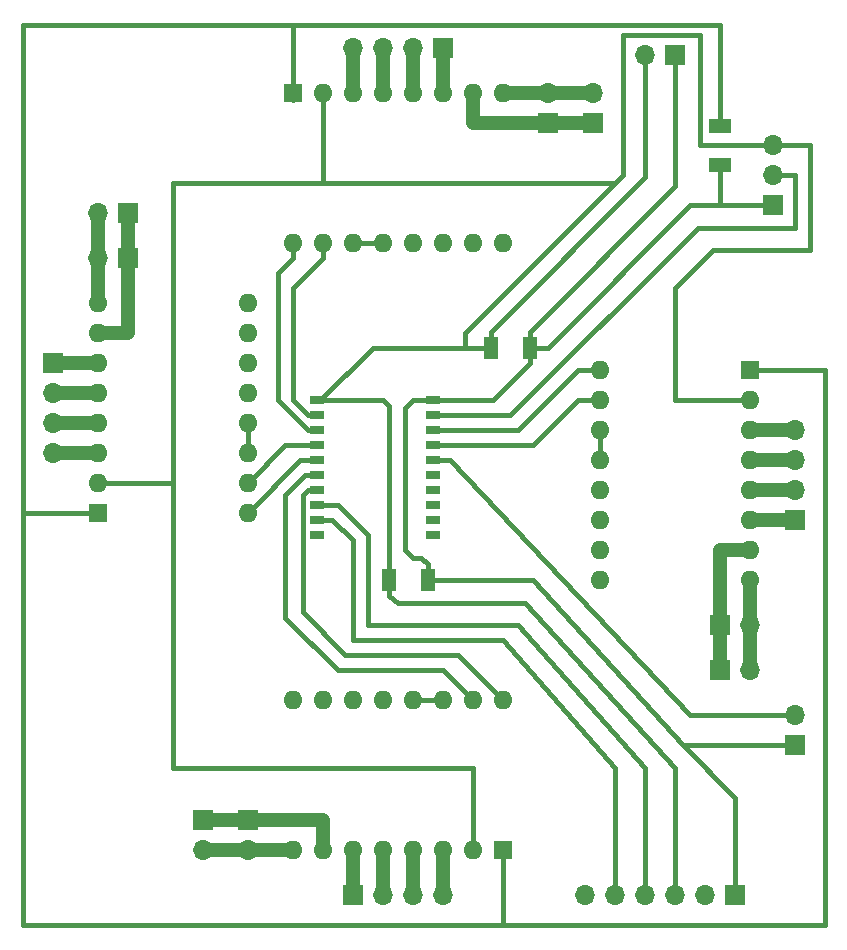
<source format=gbr>
G04 #@! TF.GenerationSoftware,KiCad,Pcbnew,(5.1.5-0-10_14)*
G04 #@! TF.CreationDate,2020-06-15T03:11:26+09:00*
G04 #@! TF.ProjectId,FINAL_4Motor&Dial,46494e41-4c5f-4344-9d6f-746f72264469,rev?*
G04 #@! TF.SameCoordinates,Original*
G04 #@! TF.FileFunction,Copper,L1,Top*
G04 #@! TF.FilePolarity,Positive*
%FSLAX46Y46*%
G04 Gerber Fmt 4.6, Leading zero omitted, Abs format (unit mm)*
G04 Created by KiCad (PCBNEW (5.1.5-0-10_14)) date 2020-06-15 03:11:26*
%MOMM*%
%LPD*%
G04 APERTURE LIST*
%ADD10R,1.198880X0.698500*%
%ADD11O,1.600000X1.600000*%
%ADD12R,1.600000X1.600000*%
%ADD13O,1.700000X1.700000*%
%ADD14R,1.700000X1.700000*%
%ADD15R,1.905000X1.270000*%
%ADD16R,1.270000X1.905000*%
%ADD17C,1.200000*%
%ADD18C,0.400000*%
G04 APERTURE END LIST*
D10*
X136682480Y-60325000D03*
X136682480Y-61595000D03*
X136682480Y-62865000D03*
X136682480Y-64135000D03*
X136682480Y-65405000D03*
X136682480Y-66675000D03*
X136682480Y-67945000D03*
X136682480Y-69215000D03*
X136682480Y-70485000D03*
X136682480Y-71755000D03*
X146527520Y-71755000D03*
X146527520Y-70485000D03*
X146527520Y-69215000D03*
X146527520Y-67945000D03*
X146527520Y-66675000D03*
X146527520Y-65405000D03*
X146527520Y-64135000D03*
X146527520Y-62865000D03*
X146527520Y-61595000D03*
X146527520Y-60325000D03*
D11*
X152400000Y-85725000D03*
X134620000Y-98425000D03*
X149860000Y-85725000D03*
X137160000Y-98425000D03*
X147320000Y-85725000D03*
X139700000Y-98425000D03*
X144780000Y-85725000D03*
X142240000Y-98425000D03*
X142240000Y-85725000D03*
X144780000Y-98425000D03*
X139700000Y-85725000D03*
X147320000Y-98425000D03*
X137160000Y-85725000D03*
X149860000Y-98425000D03*
X134620000Y-85725000D03*
D12*
X152400000Y-98425000D03*
D11*
X160655000Y-57785000D03*
X173355000Y-75565000D03*
X160655000Y-60325000D03*
X173355000Y-73025000D03*
X160655000Y-62865000D03*
X173355000Y-70485000D03*
X160655000Y-65405000D03*
X173355000Y-67945000D03*
X160655000Y-67945000D03*
X173355000Y-65405000D03*
X160655000Y-70485000D03*
X173355000Y-62865000D03*
X160655000Y-73025000D03*
X173355000Y-60325000D03*
X160655000Y-75565000D03*
D12*
X173355000Y-57785000D03*
D13*
X130810000Y-98425000D03*
D14*
X130810000Y-95885000D03*
D13*
X118110000Y-48260000D03*
D14*
X120650000Y-48260000D03*
D13*
X156210000Y-34290000D03*
D14*
X156210000Y-36830000D03*
D13*
X173355000Y-79375000D03*
D14*
X170815000Y-79375000D03*
D11*
X134620000Y-46990000D03*
X152400000Y-34290000D03*
X137160000Y-46990000D03*
X149860000Y-34290000D03*
X139700000Y-46990000D03*
X147320000Y-34290000D03*
X142240000Y-46990000D03*
X144780000Y-34290000D03*
X144780000Y-46990000D03*
X142240000Y-34290000D03*
X147320000Y-46990000D03*
X139700000Y-34290000D03*
X149860000Y-46990000D03*
X137160000Y-34290000D03*
X152400000Y-46990000D03*
D12*
X134620000Y-34290000D03*
D11*
X130810000Y-69850000D03*
X118110000Y-52070000D03*
X130810000Y-67310000D03*
X118110000Y-54610000D03*
X130810000Y-64770000D03*
X118110000Y-57150000D03*
X130810000Y-62230000D03*
X118110000Y-59690000D03*
X130810000Y-59690000D03*
X118110000Y-62230000D03*
X130810000Y-57150000D03*
X118110000Y-64770000D03*
X130810000Y-54610000D03*
X118110000Y-67310000D03*
X130810000Y-52070000D03*
D12*
X118110000Y-69850000D03*
D13*
X175260000Y-38735000D03*
X175260000Y-41275000D03*
D14*
X175260000Y-43815000D03*
D13*
X173355000Y-83185000D03*
D14*
X170815000Y-83185000D03*
D13*
X160020000Y-34290000D03*
D14*
X160020000Y-36830000D03*
D13*
X118110000Y-44450000D03*
D14*
X120650000Y-44450000D03*
D13*
X127000000Y-98425000D03*
D14*
X127000000Y-95885000D03*
D15*
X170815000Y-37084000D03*
X170815000Y-40386000D03*
D16*
X154686000Y-55880000D03*
X151384000Y-55880000D03*
X146050000Y-75565000D03*
X142748000Y-75565000D03*
D13*
X164465000Y-31115000D03*
D14*
X167005000Y-31115000D03*
D13*
X177165000Y-86995000D03*
D14*
X177165000Y-89535000D03*
D13*
X159385000Y-102235000D03*
X161925000Y-102235000D03*
X164465000Y-102235000D03*
X167005000Y-102235000D03*
X169545000Y-102235000D03*
D14*
X172085000Y-102235000D03*
D13*
X177165000Y-62865000D03*
X177165000Y-65405000D03*
X177165000Y-67945000D03*
D14*
X177165000Y-70485000D03*
D13*
X114300000Y-64770000D03*
X114300000Y-62230000D03*
X114300000Y-59690000D03*
D14*
X114300000Y-57150000D03*
D13*
X139700000Y-30480000D03*
X142240000Y-30480000D03*
X144780000Y-30480000D03*
D14*
X147320000Y-30480000D03*
D13*
X147320000Y-102235000D03*
X144780000Y-102235000D03*
X142240000Y-102235000D03*
D14*
X139700000Y-102235000D03*
D17*
X118110000Y-64770000D02*
X114300000Y-64770000D01*
D18*
X158750000Y-57785000D02*
X160655000Y-57785000D01*
X153670000Y-62865000D02*
X158750000Y-57785000D01*
X146527520Y-62865000D02*
X153670000Y-62865000D01*
X142748000Y-60833000D02*
X142748000Y-75565000D01*
X142240000Y-60325000D02*
X142748000Y-60833000D01*
X136955000Y-60325000D02*
X142240000Y-60325000D01*
X141400000Y-55880000D02*
X136955000Y-60325000D01*
X118110000Y-67310000D02*
X124460000Y-67310000D01*
X137160000Y-34925000D02*
X137160000Y-41910000D01*
X151384000Y-55880000D02*
X149225000Y-55880000D01*
X149225000Y-55880000D02*
X141400000Y-55880000D01*
X167005000Y-91440000D02*
X167005000Y-102235000D01*
X154305000Y-77470000D02*
X167005000Y-91440000D01*
X143510000Y-77470000D02*
X154305000Y-77470000D01*
X142748000Y-76917500D02*
X143510000Y-77470000D01*
X142748000Y-75565000D02*
X142748000Y-76917500D01*
X164465000Y-41446500D02*
X164465000Y-31115000D01*
X151384000Y-54527500D02*
X164465000Y-41446500D01*
X151384000Y-55880000D02*
X151384000Y-54527500D01*
X149225000Y-55880000D02*
X149225000Y-54610000D01*
X149225000Y-54610000D02*
X161925000Y-41910000D01*
X155575000Y-41910000D02*
X161925000Y-41910000D01*
X124460000Y-41910000D02*
X155575000Y-41910000D01*
X124460000Y-91440000D02*
X124460000Y-41910000D01*
X149860000Y-91440000D02*
X124460000Y-91440000D01*
X149860000Y-98425000D02*
X149860000Y-91440000D01*
X167005000Y-60325000D02*
X173355000Y-60325000D01*
X167005000Y-50800000D02*
X167005000Y-60325000D01*
X170180000Y-47625000D02*
X167005000Y-50800000D01*
X178435000Y-47625000D02*
X170180000Y-47625000D01*
X178435000Y-38735000D02*
X178435000Y-47625000D01*
X169127498Y-38735000D02*
X178435000Y-38735000D01*
X169127498Y-29427498D02*
X169127498Y-38735000D01*
X169095010Y-29395010D02*
X169127498Y-29427498D01*
X162560000Y-29395010D02*
X169095010Y-29395010D01*
X162560000Y-41275000D02*
X162560000Y-29395010D01*
X161925000Y-41910000D02*
X162560000Y-41275000D01*
X158750000Y-60325000D02*
X160655000Y-60325000D01*
X154940000Y-64135000D02*
X158750000Y-60325000D01*
X146527520Y-64135000D02*
X154940000Y-64135000D01*
X146050000Y-74212500D02*
X146050000Y-75565000D01*
X144780000Y-60325000D02*
X144145000Y-60960000D01*
X144780000Y-73660000D02*
X145497500Y-73660000D01*
X144145000Y-73025000D02*
X144780000Y-73660000D01*
X144145000Y-60960000D02*
X144145000Y-73025000D01*
X145497500Y-73660000D02*
X146050000Y-74212500D01*
X146255000Y-60325000D02*
X144780000Y-60325000D01*
X156210000Y-55880000D02*
X154686000Y-55880000D01*
X168275000Y-43815000D02*
X156210000Y-55880000D01*
X170815000Y-40386000D02*
X170815000Y-43815000D01*
X170815000Y-43815000D02*
X168275000Y-43815000D01*
X152400000Y-98425000D02*
X152400000Y-104775000D01*
X118110000Y-69850000D02*
X111760000Y-69850000D01*
X134620000Y-34925000D02*
X134620000Y-28575000D01*
X172085000Y-93980000D02*
X172085000Y-102235000D01*
X167640000Y-89535000D02*
X172085000Y-93980000D01*
X154940000Y-75565000D02*
X167640000Y-89535000D01*
X146050000Y-75565000D02*
X154940000Y-75565000D01*
X167005000Y-42208500D02*
X167005000Y-31115000D01*
X154686000Y-54527500D02*
X167005000Y-42208500D01*
X154686000Y-55880000D02*
X154686000Y-54527500D01*
X179705000Y-104775000D02*
X179705000Y-57785000D01*
X154686000Y-57232500D02*
X154686000Y-55880000D01*
X151593500Y-60325000D02*
X154686000Y-57232500D01*
X146527520Y-60325000D02*
X151593500Y-60325000D01*
X175260000Y-43815000D02*
X170815000Y-43815000D01*
X177165000Y-89535000D02*
X167640000Y-89535000D01*
X147280000Y-65405000D02*
X146255000Y-65405000D01*
X147955000Y-65405000D02*
X147280000Y-65405000D01*
X168275000Y-86995000D02*
X147955000Y-65405000D01*
X177165000Y-86995000D02*
X168275000Y-86995000D01*
X179705000Y-57785000D02*
X173990000Y-57785000D01*
X111760000Y-28575000D02*
X111760000Y-104775000D01*
X170815000Y-28575000D02*
X111760000Y-28575000D01*
X111760000Y-104775000D02*
X179705000Y-104775000D01*
X170815000Y-37084000D02*
X170815000Y-28575000D01*
X160655000Y-62865000D02*
X160655000Y-65405000D01*
D17*
X177165000Y-70485000D02*
X173355000Y-70485000D01*
X177165000Y-67945000D02*
X173355000Y-67945000D01*
X177165000Y-65405000D02*
X173355000Y-65405000D01*
X177165000Y-62865000D02*
X173355000Y-62865000D01*
D18*
X142240000Y-46990000D02*
X139700000Y-46990000D01*
D17*
X147320000Y-30480000D02*
X147320000Y-34290000D01*
X144780000Y-30480000D02*
X144780000Y-34290000D01*
X142240000Y-30480000D02*
X142240000Y-34290000D01*
X139700000Y-30480000D02*
X139700000Y-34290000D01*
D18*
X130810000Y-64770000D02*
X130810000Y-62230000D01*
D17*
X118110000Y-57150000D02*
X114300000Y-57150000D01*
X118110000Y-59690000D02*
X114300000Y-59690000D01*
X118110000Y-62230000D02*
X114300000Y-62230000D01*
D18*
X147320000Y-85725000D02*
X144780000Y-85725000D01*
D17*
X139700000Y-102235000D02*
X139700000Y-98425000D01*
X142240000Y-102235000D02*
X142240000Y-98425000D01*
X144780000Y-102235000D02*
X144780000Y-98425000D01*
X147320000Y-102235000D02*
X147320000Y-98425000D01*
D18*
X161925000Y-91440000D02*
X161925000Y-102235000D01*
X137980000Y-70485000D02*
X139700000Y-72205000D01*
X152400000Y-80645000D02*
X161925000Y-91440000D01*
X139700000Y-80645000D02*
X152400000Y-80645000D01*
X139700000Y-72205000D02*
X139700000Y-80645000D01*
X136955000Y-70485000D02*
X137980000Y-70485000D01*
X135930000Y-62865000D02*
X133350000Y-60285000D01*
X136955000Y-62865000D02*
X135930000Y-62865000D01*
X133350000Y-60285000D02*
X133350000Y-49530000D01*
X134620000Y-48260000D02*
X134620000Y-46990000D01*
X133350000Y-49530000D02*
X134620000Y-48260000D01*
X135930000Y-61595000D02*
X134620000Y-60285000D01*
X136955000Y-61595000D02*
X135930000Y-61595000D01*
X134620000Y-60285000D02*
X134620000Y-50800000D01*
X137160000Y-48260000D02*
X137160000Y-46990000D01*
X134620000Y-50800000D02*
X137160000Y-48260000D01*
X135255000Y-65405000D02*
X130810000Y-69850000D01*
X136682480Y-65405000D02*
X135255000Y-65405000D01*
X133985000Y-64135000D02*
X130810000Y-67310000D01*
X136682480Y-64135000D02*
X133985000Y-64135000D01*
X135463039Y-68369749D02*
X135463039Y-78313039D01*
X135887788Y-67945000D02*
X135463039Y-68369749D01*
X136682480Y-67945000D02*
X135887788Y-67945000D01*
X135463039Y-78313039D02*
X139065000Y-81915000D01*
X148590000Y-81915000D02*
X152400000Y-85725000D01*
X139065000Y-81915000D02*
X148590000Y-81915000D01*
X135683040Y-66675000D02*
X133985000Y-68373040D01*
X136682480Y-66675000D02*
X135683040Y-66675000D01*
X133985000Y-68373040D02*
X133985000Y-78740000D01*
X133985000Y-78740000D02*
X138430000Y-83185000D01*
X147320000Y-83185000D02*
X149860000Y-85725000D01*
X138430000Y-83185000D02*
X147320000Y-83185000D01*
X164465000Y-91440000D02*
X164465000Y-102235000D01*
X153670000Y-79375000D02*
X164465000Y-91440000D01*
X140970000Y-79375000D02*
X153670000Y-79375000D01*
X140970000Y-71755000D02*
X140970000Y-79375000D01*
X138430000Y-69215000D02*
X140970000Y-71755000D01*
X136955000Y-69215000D02*
X138430000Y-69215000D01*
X177165000Y-41275000D02*
X175260000Y-41275000D01*
X177165000Y-45720000D02*
X177165000Y-41275000D01*
X153035000Y-61595000D02*
X168910000Y-45720000D01*
X168910000Y-45720000D02*
X177165000Y-45720000D01*
X146255000Y-61595000D02*
X153035000Y-61595000D01*
D17*
X173355000Y-75565000D02*
X173355000Y-79375000D01*
X173355000Y-79375000D02*
X173355000Y-83185000D01*
X170815000Y-79375000D02*
X170815000Y-83185000D01*
X170815000Y-73025000D02*
X173355000Y-73025000D01*
X170815000Y-79375000D02*
X170815000Y-73025000D01*
X152400000Y-34290000D02*
X155575000Y-34290000D01*
X156210000Y-34290000D02*
X160020000Y-34290000D01*
X156210000Y-36830000D02*
X160020000Y-36830000D01*
X149860000Y-36830000D02*
X155575000Y-36830000D01*
X149860000Y-34290000D02*
X149860000Y-36830000D01*
X118110000Y-44450000D02*
X118110000Y-48260000D01*
X118110000Y-48260000D02*
X118110000Y-51435000D01*
X120650000Y-48260000D02*
X120650000Y-44450000D01*
X120650000Y-54610000D02*
X120650000Y-50145000D01*
X118110000Y-54610000D02*
X120650000Y-54610000D01*
X120650000Y-50145000D02*
X120650000Y-48260000D01*
X134620000Y-98425000D02*
X131445000Y-98425000D01*
X130810000Y-98425000D02*
X127000000Y-98425000D01*
X127000000Y-95885000D02*
X130810000Y-95885000D01*
X137160000Y-95885000D02*
X137160000Y-98425000D01*
X131445000Y-95885000D02*
X137160000Y-95885000D01*
M02*

</source>
